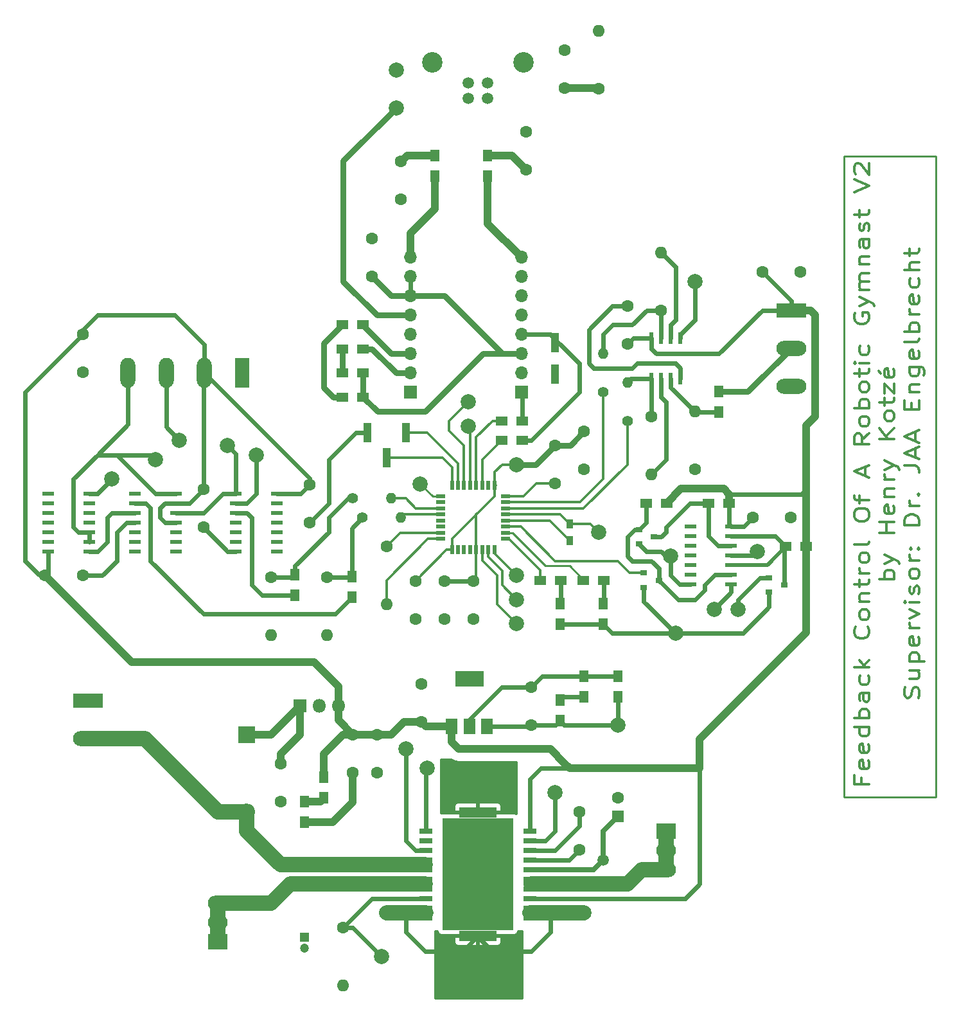
<source format=gtl>
G04 #@! TF.FileFunction,Copper,L1,Top,Signal*
%FSLAX46Y46*%
G04 Gerber Fmt 4.6, Leading zero omitted, Abs format (unit mm)*
G04 Created by KiCad (PCBNEW 4.0.7) date 10/21/18 22:59:09*
%MOMM*%
%LPD*%
G01*
G04 APERTURE LIST*
%ADD10C,0.100000*%
%ADD11C,0.300000*%
%ADD12R,0.600000X1.550000*%
%ADD13R,1.700000X0.700000*%
%ADD14R,9.400000X14.800000*%
%ADD15R,5.000000X1.450000*%
%ADD16C,1.520000*%
%ADD17C,2.700000*%
%ADD18C,1.600000*%
%ADD19O,1.600000X1.600000*%
%ADD20R,2.600000X2.000000*%
%ADD21O,2.600000X2.000000*%
%ADD22R,3.960000X1.980000*%
%ADD23O,3.960000X1.980000*%
%ADD24R,2.200000X2.200000*%
%ADD25O,2.200000X2.200000*%
%ADD26R,1.800000X1.800000*%
%ADD27O,1.800000X1.800000*%
%ADD28R,3.800000X2.000000*%
%ADD29R,1.500000X2.000000*%
%ADD30R,1.200000X1.200000*%
%ADD31C,1.200000*%
%ADD32R,0.900000X0.800000*%
%ADD33R,1.000000X2.580000*%
%ADD34R,1.980000X3.960000*%
%ADD35O,1.980000X3.960000*%
%ADD36R,1.500000X0.600000*%
%ADD37R,0.900000X1.200000*%
%ADD38C,1.500000*%
%ADD39R,0.600000X1.200000*%
%ADD40R,1.200000X0.600000*%
%ADD41R,1.700000X1.700000*%
%ADD42O,1.700000X1.700000*%
%ADD43R,1.300000X1.500000*%
%ADD44R,1.500000X1.300000*%
%ADD45C,2.000000*%
%ADD46C,1.998980*%
%ADD47R,1.000000X2.510000*%
%ADD48R,1.600000X1.600000*%
%ADD49C,1.400000*%
%ADD50O,1.400000X1.400000*%
%ADD51C,0.250000*%
%ADD52C,0.600000*%
%ADD53C,0.800000*%
%ADD54C,1.000000*%
%ADD55C,2.000000*%
%ADD56C,0.700000*%
%ADD57C,0.500000*%
G04 APERTURE END LIST*
D10*
D11*
X154037143Y-135885001D02*
X154037143Y-136718334D01*
X155084762Y-136718334D02*
X153084762Y-136718334D01*
X153084762Y-135527858D01*
X154989524Y-133623096D02*
X155084762Y-133861191D01*
X155084762Y-134337382D01*
X154989524Y-134575477D01*
X154799048Y-134694525D01*
X154037143Y-134694525D01*
X153846667Y-134575477D01*
X153751429Y-134337382D01*
X153751429Y-133861191D01*
X153846667Y-133623096D01*
X154037143Y-133504048D01*
X154227619Y-133504048D01*
X154418095Y-134694525D01*
X154989524Y-131480239D02*
X155084762Y-131718334D01*
X155084762Y-132194525D01*
X154989524Y-132432620D01*
X154799048Y-132551668D01*
X154037143Y-132551668D01*
X153846667Y-132432620D01*
X153751429Y-132194525D01*
X153751429Y-131718334D01*
X153846667Y-131480239D01*
X154037143Y-131361191D01*
X154227619Y-131361191D01*
X154418095Y-132551668D01*
X155084762Y-129218334D02*
X153084762Y-129218334D01*
X154989524Y-129218334D02*
X155084762Y-129456430D01*
X155084762Y-129932620D01*
X154989524Y-130170715D01*
X154894286Y-130289763D01*
X154703810Y-130408811D01*
X154132381Y-130408811D01*
X153941905Y-130289763D01*
X153846667Y-130170715D01*
X153751429Y-129932620D01*
X153751429Y-129456430D01*
X153846667Y-129218334D01*
X155084762Y-128027858D02*
X153084762Y-128027858D01*
X153846667Y-128027858D02*
X153751429Y-127789763D01*
X153751429Y-127313572D01*
X153846667Y-127075477D01*
X153941905Y-126956429D01*
X154132381Y-126837382D01*
X154703810Y-126837382D01*
X154894286Y-126956429D01*
X154989524Y-127075477D01*
X155084762Y-127313572D01*
X155084762Y-127789763D01*
X154989524Y-128027858D01*
X155084762Y-124694524D02*
X154037143Y-124694524D01*
X153846667Y-124813572D01*
X153751429Y-125051667D01*
X153751429Y-125527858D01*
X153846667Y-125765953D01*
X154989524Y-124694524D02*
X155084762Y-124932620D01*
X155084762Y-125527858D01*
X154989524Y-125765953D01*
X154799048Y-125885001D01*
X154608571Y-125885001D01*
X154418095Y-125765953D01*
X154322857Y-125527858D01*
X154322857Y-124932620D01*
X154227619Y-124694524D01*
X154989524Y-122432619D02*
X155084762Y-122670715D01*
X155084762Y-123146905D01*
X154989524Y-123385000D01*
X154894286Y-123504048D01*
X154703810Y-123623096D01*
X154132381Y-123623096D01*
X153941905Y-123504048D01*
X153846667Y-123385000D01*
X153751429Y-123146905D01*
X153751429Y-122670715D01*
X153846667Y-122432619D01*
X155084762Y-121361191D02*
X153084762Y-121361191D01*
X154322857Y-121123096D02*
X155084762Y-120408810D01*
X153751429Y-120408810D02*
X154513333Y-121361191D01*
X154894286Y-116004047D02*
X154989524Y-116123095D01*
X155084762Y-116480238D01*
X155084762Y-116718333D01*
X154989524Y-117075476D01*
X154799048Y-117313571D01*
X154608571Y-117432619D01*
X154227619Y-117551667D01*
X153941905Y-117551667D01*
X153560952Y-117432619D01*
X153370476Y-117313571D01*
X153180000Y-117075476D01*
X153084762Y-116718333D01*
X153084762Y-116480238D01*
X153180000Y-116123095D01*
X153275238Y-116004047D01*
X155084762Y-114575476D02*
X154989524Y-114813571D01*
X154894286Y-114932619D01*
X154703810Y-115051667D01*
X154132381Y-115051667D01*
X153941905Y-114932619D01*
X153846667Y-114813571D01*
X153751429Y-114575476D01*
X153751429Y-114218333D01*
X153846667Y-113980238D01*
X153941905Y-113861190D01*
X154132381Y-113742143D01*
X154703810Y-113742143D01*
X154894286Y-113861190D01*
X154989524Y-113980238D01*
X155084762Y-114218333D01*
X155084762Y-114575476D01*
X153751429Y-112670714D02*
X155084762Y-112670714D01*
X153941905Y-112670714D02*
X153846667Y-112551666D01*
X153751429Y-112313571D01*
X153751429Y-111956428D01*
X153846667Y-111718333D01*
X154037143Y-111599285D01*
X155084762Y-111599285D01*
X153751429Y-110765952D02*
X153751429Y-109813571D01*
X153084762Y-110408809D02*
X154799048Y-110408809D01*
X154989524Y-110289761D01*
X155084762Y-110051666D01*
X155084762Y-109813571D01*
X155084762Y-108980238D02*
X153751429Y-108980238D01*
X154132381Y-108980238D02*
X153941905Y-108861190D01*
X153846667Y-108742143D01*
X153751429Y-108504047D01*
X153751429Y-108265952D01*
X155084762Y-107075476D02*
X154989524Y-107313571D01*
X154894286Y-107432619D01*
X154703810Y-107551667D01*
X154132381Y-107551667D01*
X153941905Y-107432619D01*
X153846667Y-107313571D01*
X153751429Y-107075476D01*
X153751429Y-106718333D01*
X153846667Y-106480238D01*
X153941905Y-106361190D01*
X154132381Y-106242143D01*
X154703810Y-106242143D01*
X154894286Y-106361190D01*
X154989524Y-106480238D01*
X155084762Y-106718333D01*
X155084762Y-107075476D01*
X155084762Y-104813571D02*
X154989524Y-105051666D01*
X154799048Y-105170714D01*
X153084762Y-105170714D01*
X153084762Y-101480237D02*
X153084762Y-101004047D01*
X153180000Y-100765952D01*
X153370476Y-100527856D01*
X153751429Y-100408809D01*
X154418095Y-100408809D01*
X154799048Y-100527856D01*
X154989524Y-100765952D01*
X155084762Y-101004047D01*
X155084762Y-101480237D01*
X154989524Y-101718333D01*
X154799048Y-101956428D01*
X154418095Y-102075476D01*
X153751429Y-102075476D01*
X153370476Y-101956428D01*
X153180000Y-101718333D01*
X153084762Y-101480237D01*
X153751429Y-99694523D02*
X153751429Y-98742142D01*
X155084762Y-99337380D02*
X153370476Y-99337380D01*
X153180000Y-99218332D01*
X153084762Y-98980237D01*
X153084762Y-98742142D01*
X154513333Y-96123095D02*
X154513333Y-94932618D01*
X155084762Y-96361190D02*
X153084762Y-95527856D01*
X155084762Y-94694523D01*
X155084762Y-90527856D02*
X154132381Y-91361190D01*
X155084762Y-91956428D02*
X153084762Y-91956428D01*
X153084762Y-91004047D01*
X153180000Y-90765952D01*
X153275238Y-90646904D01*
X153465714Y-90527856D01*
X153751429Y-90527856D01*
X153941905Y-90646904D01*
X154037143Y-90765952D01*
X154132381Y-91004047D01*
X154132381Y-91956428D01*
X155084762Y-89099285D02*
X154989524Y-89337380D01*
X154894286Y-89456428D01*
X154703810Y-89575476D01*
X154132381Y-89575476D01*
X153941905Y-89456428D01*
X153846667Y-89337380D01*
X153751429Y-89099285D01*
X153751429Y-88742142D01*
X153846667Y-88504047D01*
X153941905Y-88384999D01*
X154132381Y-88265952D01*
X154703810Y-88265952D01*
X154894286Y-88384999D01*
X154989524Y-88504047D01*
X155084762Y-88742142D01*
X155084762Y-89099285D01*
X155084762Y-87194523D02*
X153084762Y-87194523D01*
X153846667Y-87194523D02*
X153751429Y-86956428D01*
X153751429Y-86480237D01*
X153846667Y-86242142D01*
X153941905Y-86123094D01*
X154132381Y-86004047D01*
X154703810Y-86004047D01*
X154894286Y-86123094D01*
X154989524Y-86242142D01*
X155084762Y-86480237D01*
X155084762Y-86956428D01*
X154989524Y-87194523D01*
X155084762Y-84575475D02*
X154989524Y-84813570D01*
X154894286Y-84932618D01*
X154703810Y-85051666D01*
X154132381Y-85051666D01*
X153941905Y-84932618D01*
X153846667Y-84813570D01*
X153751429Y-84575475D01*
X153751429Y-84218332D01*
X153846667Y-83980237D01*
X153941905Y-83861189D01*
X154132381Y-83742142D01*
X154703810Y-83742142D01*
X154894286Y-83861189D01*
X154989524Y-83980237D01*
X155084762Y-84218332D01*
X155084762Y-84575475D01*
X153751429Y-83027856D02*
X153751429Y-82075475D01*
X153084762Y-82670713D02*
X154799048Y-82670713D01*
X154989524Y-82551665D01*
X155084762Y-82313570D01*
X155084762Y-82075475D01*
X155084762Y-81242142D02*
X153751429Y-81242142D01*
X153084762Y-81242142D02*
X153180000Y-81361190D01*
X153275238Y-81242142D01*
X153180000Y-81123094D01*
X153084762Y-81242142D01*
X153275238Y-81242142D01*
X154989524Y-78980237D02*
X155084762Y-79218333D01*
X155084762Y-79694523D01*
X154989524Y-79932618D01*
X154894286Y-80051666D01*
X154703810Y-80170714D01*
X154132381Y-80170714D01*
X153941905Y-80051666D01*
X153846667Y-79932618D01*
X153751429Y-79694523D01*
X153751429Y-79218333D01*
X153846667Y-78980237D01*
X153180000Y-74694523D02*
X153084762Y-74932618D01*
X153084762Y-75289761D01*
X153180000Y-75646904D01*
X153370476Y-75884999D01*
X153560952Y-76004047D01*
X153941905Y-76123095D01*
X154227619Y-76123095D01*
X154608571Y-76004047D01*
X154799048Y-75884999D01*
X154989524Y-75646904D01*
X155084762Y-75289761D01*
X155084762Y-75051666D01*
X154989524Y-74694523D01*
X154894286Y-74575475D01*
X154227619Y-74575475D01*
X154227619Y-75051666D01*
X153751429Y-73742142D02*
X155084762Y-73146904D01*
X153751429Y-72551666D02*
X155084762Y-73146904D01*
X155560952Y-73384999D01*
X155656190Y-73504047D01*
X155751429Y-73742142D01*
X155084762Y-71599285D02*
X153751429Y-71599285D01*
X153941905Y-71599285D02*
X153846667Y-71480237D01*
X153751429Y-71242142D01*
X153751429Y-70884999D01*
X153846667Y-70646904D01*
X154037143Y-70527856D01*
X155084762Y-70527856D01*
X154037143Y-70527856D02*
X153846667Y-70408809D01*
X153751429Y-70170713D01*
X153751429Y-69813571D01*
X153846667Y-69575475D01*
X154037143Y-69456428D01*
X155084762Y-69456428D01*
X153751429Y-68265952D02*
X155084762Y-68265952D01*
X153941905Y-68265952D02*
X153846667Y-68146904D01*
X153751429Y-67908809D01*
X153751429Y-67551666D01*
X153846667Y-67313571D01*
X154037143Y-67194523D01*
X155084762Y-67194523D01*
X155084762Y-64932618D02*
X154037143Y-64932618D01*
X153846667Y-65051666D01*
X153751429Y-65289761D01*
X153751429Y-65765952D01*
X153846667Y-66004047D01*
X154989524Y-64932618D02*
X155084762Y-65170714D01*
X155084762Y-65765952D01*
X154989524Y-66004047D01*
X154799048Y-66123095D01*
X154608571Y-66123095D01*
X154418095Y-66004047D01*
X154322857Y-65765952D01*
X154322857Y-65170714D01*
X154227619Y-64932618D01*
X154989524Y-63861190D02*
X155084762Y-63623094D01*
X155084762Y-63146904D01*
X154989524Y-62908809D01*
X154799048Y-62789761D01*
X154703810Y-62789761D01*
X154513333Y-62908809D01*
X154418095Y-63146904D01*
X154418095Y-63504047D01*
X154322857Y-63742142D01*
X154132381Y-63861190D01*
X154037143Y-63861190D01*
X153846667Y-63742142D01*
X153751429Y-63504047D01*
X153751429Y-63146904D01*
X153846667Y-62908809D01*
X153751429Y-62075475D02*
X153751429Y-61123094D01*
X153084762Y-61718332D02*
X154799048Y-61718332D01*
X154989524Y-61599284D01*
X155084762Y-61361189D01*
X155084762Y-61123094D01*
X153084762Y-58742142D02*
X155084762Y-57908808D01*
X153084762Y-57075475D01*
X153275238Y-56361190D02*
X153180000Y-56242142D01*
X153084762Y-56004047D01*
X153084762Y-55408809D01*
X153180000Y-55170713D01*
X153275238Y-55051666D01*
X153465714Y-54932618D01*
X153656190Y-54932618D01*
X153941905Y-55051666D01*
X155084762Y-56480237D01*
X155084762Y-54932618D01*
X158384762Y-109694524D02*
X156384762Y-109694524D01*
X157146667Y-109694524D02*
X157051429Y-109456429D01*
X157051429Y-108980238D01*
X157146667Y-108742143D01*
X157241905Y-108623095D01*
X157432381Y-108504048D01*
X158003810Y-108504048D01*
X158194286Y-108623095D01*
X158289524Y-108742143D01*
X158384762Y-108980238D01*
X158384762Y-109456429D01*
X158289524Y-109694524D01*
X157051429Y-107670714D02*
X158384762Y-107075476D01*
X157051429Y-106480238D02*
X158384762Y-107075476D01*
X158860952Y-107313571D01*
X158956190Y-107432619D01*
X159051429Y-107670714D01*
X158384762Y-103623095D02*
X156384762Y-103623095D01*
X157337143Y-103623095D02*
X157337143Y-102194523D01*
X158384762Y-102194523D02*
X156384762Y-102194523D01*
X158289524Y-100051666D02*
X158384762Y-100289761D01*
X158384762Y-100765952D01*
X158289524Y-101004047D01*
X158099048Y-101123095D01*
X157337143Y-101123095D01*
X157146667Y-101004047D01*
X157051429Y-100765952D01*
X157051429Y-100289761D01*
X157146667Y-100051666D01*
X157337143Y-99932618D01*
X157527619Y-99932618D01*
X157718095Y-101123095D01*
X157051429Y-98861190D02*
X158384762Y-98861190D01*
X157241905Y-98861190D02*
X157146667Y-98742142D01*
X157051429Y-98504047D01*
X157051429Y-98146904D01*
X157146667Y-97908809D01*
X157337143Y-97789761D01*
X158384762Y-97789761D01*
X158384762Y-96599285D02*
X157051429Y-96599285D01*
X157432381Y-96599285D02*
X157241905Y-96480237D01*
X157146667Y-96361190D01*
X157051429Y-96123094D01*
X157051429Y-95884999D01*
X157051429Y-95289761D02*
X158384762Y-94694523D01*
X157051429Y-94099285D02*
X158384762Y-94694523D01*
X158860952Y-94932618D01*
X158956190Y-95051666D01*
X159051429Y-95289761D01*
X158384762Y-91242142D02*
X156384762Y-91242142D01*
X158384762Y-89813570D02*
X157241905Y-90884999D01*
X156384762Y-89813570D02*
X157527619Y-91242142D01*
X158384762Y-88384999D02*
X158289524Y-88623094D01*
X158194286Y-88742142D01*
X158003810Y-88861190D01*
X157432381Y-88861190D01*
X157241905Y-88742142D01*
X157146667Y-88623094D01*
X157051429Y-88384999D01*
X157051429Y-88027856D01*
X157146667Y-87789761D01*
X157241905Y-87670713D01*
X157432381Y-87551666D01*
X158003810Y-87551666D01*
X158194286Y-87670713D01*
X158289524Y-87789761D01*
X158384762Y-88027856D01*
X158384762Y-88384999D01*
X157051429Y-86837380D02*
X157051429Y-85884999D01*
X156384762Y-86480237D02*
X158099048Y-86480237D01*
X158289524Y-86361189D01*
X158384762Y-86123094D01*
X158384762Y-85884999D01*
X157051429Y-85289761D02*
X157051429Y-83980237D01*
X158384762Y-85289761D01*
X158384762Y-83980237D01*
X158289524Y-82075475D02*
X158384762Y-82313570D01*
X158384762Y-82789761D01*
X158289524Y-83027856D01*
X158099048Y-83146904D01*
X157337143Y-83146904D01*
X157146667Y-83027856D01*
X157051429Y-82789761D01*
X157051429Y-82313570D01*
X157146667Y-82075475D01*
X157337143Y-81956427D01*
X157527619Y-81956427D01*
X157718095Y-83146904D01*
X156289524Y-82313570D02*
X156575238Y-82670713D01*
X161589524Y-125349286D02*
X161684762Y-124992143D01*
X161684762Y-124396905D01*
X161589524Y-124158809D01*
X161494286Y-124039762D01*
X161303810Y-123920714D01*
X161113333Y-123920714D01*
X160922857Y-124039762D01*
X160827619Y-124158809D01*
X160732381Y-124396905D01*
X160637143Y-124873095D01*
X160541905Y-125111190D01*
X160446667Y-125230238D01*
X160256190Y-125349286D01*
X160065714Y-125349286D01*
X159875238Y-125230238D01*
X159780000Y-125111190D01*
X159684762Y-124873095D01*
X159684762Y-124277857D01*
X159780000Y-123920714D01*
X160351429Y-121777857D02*
X161684762Y-121777857D01*
X160351429Y-122849286D02*
X161399048Y-122849286D01*
X161589524Y-122730238D01*
X161684762Y-122492143D01*
X161684762Y-122135000D01*
X161589524Y-121896905D01*
X161494286Y-121777857D01*
X160351429Y-120587381D02*
X162351429Y-120587381D01*
X160446667Y-120587381D02*
X160351429Y-120349286D01*
X160351429Y-119873095D01*
X160446667Y-119635000D01*
X160541905Y-119515952D01*
X160732381Y-119396905D01*
X161303810Y-119396905D01*
X161494286Y-119515952D01*
X161589524Y-119635000D01*
X161684762Y-119873095D01*
X161684762Y-120349286D01*
X161589524Y-120587381D01*
X161589524Y-117373095D02*
X161684762Y-117611190D01*
X161684762Y-118087381D01*
X161589524Y-118325476D01*
X161399048Y-118444524D01*
X160637143Y-118444524D01*
X160446667Y-118325476D01*
X160351429Y-118087381D01*
X160351429Y-117611190D01*
X160446667Y-117373095D01*
X160637143Y-117254047D01*
X160827619Y-117254047D01*
X161018095Y-118444524D01*
X161684762Y-116182619D02*
X160351429Y-116182619D01*
X160732381Y-116182619D02*
X160541905Y-116063571D01*
X160446667Y-115944524D01*
X160351429Y-115706428D01*
X160351429Y-115468333D01*
X160351429Y-114873095D02*
X161684762Y-114277857D01*
X160351429Y-113682619D01*
X161684762Y-112730238D02*
X160351429Y-112730238D01*
X159684762Y-112730238D02*
X159780000Y-112849286D01*
X159875238Y-112730238D01*
X159780000Y-112611190D01*
X159684762Y-112730238D01*
X159875238Y-112730238D01*
X161589524Y-111658810D02*
X161684762Y-111420714D01*
X161684762Y-110944524D01*
X161589524Y-110706429D01*
X161399048Y-110587381D01*
X161303810Y-110587381D01*
X161113333Y-110706429D01*
X161018095Y-110944524D01*
X161018095Y-111301667D01*
X160922857Y-111539762D01*
X160732381Y-111658810D01*
X160637143Y-111658810D01*
X160446667Y-111539762D01*
X160351429Y-111301667D01*
X160351429Y-110944524D01*
X160446667Y-110706429D01*
X161684762Y-109158809D02*
X161589524Y-109396904D01*
X161494286Y-109515952D01*
X161303810Y-109635000D01*
X160732381Y-109635000D01*
X160541905Y-109515952D01*
X160446667Y-109396904D01*
X160351429Y-109158809D01*
X160351429Y-108801666D01*
X160446667Y-108563571D01*
X160541905Y-108444523D01*
X160732381Y-108325476D01*
X161303810Y-108325476D01*
X161494286Y-108444523D01*
X161589524Y-108563571D01*
X161684762Y-108801666D01*
X161684762Y-109158809D01*
X161684762Y-107254047D02*
X160351429Y-107254047D01*
X160732381Y-107254047D02*
X160541905Y-107134999D01*
X160446667Y-107015952D01*
X160351429Y-106777856D01*
X160351429Y-106539761D01*
X161494286Y-105706428D02*
X161589524Y-105587380D01*
X161684762Y-105706428D01*
X161589524Y-105825476D01*
X161494286Y-105706428D01*
X161684762Y-105706428D01*
X160446667Y-105706428D02*
X160541905Y-105587380D01*
X160637143Y-105706428D01*
X160541905Y-105825476D01*
X160446667Y-105706428D01*
X160637143Y-105706428D01*
X161684762Y-102611190D02*
X159684762Y-102611190D01*
X159684762Y-102015952D01*
X159780000Y-101658809D01*
X159970476Y-101420714D01*
X160160952Y-101301666D01*
X160541905Y-101182618D01*
X160827619Y-101182618D01*
X161208571Y-101301666D01*
X161399048Y-101420714D01*
X161589524Y-101658809D01*
X161684762Y-102015952D01*
X161684762Y-102611190D01*
X161684762Y-100111190D02*
X160351429Y-100111190D01*
X160732381Y-100111190D02*
X160541905Y-99992142D01*
X160446667Y-99873095D01*
X160351429Y-99634999D01*
X160351429Y-99396904D01*
X161494286Y-98563571D02*
X161589524Y-98444523D01*
X161684762Y-98563571D01*
X161589524Y-98682619D01*
X161494286Y-98563571D01*
X161684762Y-98563571D01*
X159684762Y-94754047D02*
X161113333Y-94754047D01*
X161399048Y-94873095D01*
X161589524Y-95111190D01*
X161684762Y-95468333D01*
X161684762Y-95706428D01*
X161113333Y-93682619D02*
X161113333Y-92492142D01*
X161684762Y-93920714D02*
X159684762Y-93087380D01*
X161684762Y-92254047D01*
X161113333Y-91539762D02*
X161113333Y-90349285D01*
X161684762Y-91777857D02*
X159684762Y-90944523D01*
X161684762Y-90111190D01*
X160637143Y-87373095D02*
X160637143Y-86539762D01*
X161684762Y-86182619D02*
X161684762Y-87373095D01*
X159684762Y-87373095D01*
X159684762Y-86182619D01*
X160351429Y-85111190D02*
X161684762Y-85111190D01*
X160541905Y-85111190D02*
X160446667Y-84992142D01*
X160351429Y-84754047D01*
X160351429Y-84396904D01*
X160446667Y-84158809D01*
X160637143Y-84039761D01*
X161684762Y-84039761D01*
X160351429Y-81777856D02*
X161970476Y-81777856D01*
X162160952Y-81896904D01*
X162256190Y-82015952D01*
X162351429Y-82254047D01*
X162351429Y-82611190D01*
X162256190Y-82849285D01*
X161589524Y-81777856D02*
X161684762Y-82015952D01*
X161684762Y-82492142D01*
X161589524Y-82730237D01*
X161494286Y-82849285D01*
X161303810Y-82968333D01*
X160732381Y-82968333D01*
X160541905Y-82849285D01*
X160446667Y-82730237D01*
X160351429Y-82492142D01*
X160351429Y-82015952D01*
X160446667Y-81777856D01*
X161589524Y-79634999D02*
X161684762Y-79873094D01*
X161684762Y-80349285D01*
X161589524Y-80587380D01*
X161399048Y-80706428D01*
X160637143Y-80706428D01*
X160446667Y-80587380D01*
X160351429Y-80349285D01*
X160351429Y-79873094D01*
X160446667Y-79634999D01*
X160637143Y-79515951D01*
X160827619Y-79515951D01*
X161018095Y-80706428D01*
X161684762Y-78087380D02*
X161589524Y-78325475D01*
X161399048Y-78444523D01*
X159684762Y-78444523D01*
X161684762Y-77134999D02*
X159684762Y-77134999D01*
X160446667Y-77134999D02*
X160351429Y-76896904D01*
X160351429Y-76420713D01*
X160446667Y-76182618D01*
X160541905Y-76063570D01*
X160732381Y-75944523D01*
X161303810Y-75944523D01*
X161494286Y-76063570D01*
X161589524Y-76182618D01*
X161684762Y-76420713D01*
X161684762Y-76896904D01*
X161589524Y-77134999D01*
X161684762Y-74873094D02*
X160351429Y-74873094D01*
X160732381Y-74873094D02*
X160541905Y-74754046D01*
X160446667Y-74634999D01*
X160351429Y-74396903D01*
X160351429Y-74158808D01*
X161589524Y-72373094D02*
X161684762Y-72611189D01*
X161684762Y-73087380D01*
X161589524Y-73325475D01*
X161399048Y-73444523D01*
X160637143Y-73444523D01*
X160446667Y-73325475D01*
X160351429Y-73087380D01*
X160351429Y-72611189D01*
X160446667Y-72373094D01*
X160637143Y-72254046D01*
X160827619Y-72254046D01*
X161018095Y-73444523D01*
X161589524Y-70111189D02*
X161684762Y-70349285D01*
X161684762Y-70825475D01*
X161589524Y-71063570D01*
X161494286Y-71182618D01*
X161303810Y-71301666D01*
X160732381Y-71301666D01*
X160541905Y-71182618D01*
X160446667Y-71063570D01*
X160351429Y-70825475D01*
X160351429Y-70349285D01*
X160446667Y-70111189D01*
X161684762Y-69039761D02*
X159684762Y-69039761D01*
X161684762Y-67968332D02*
X160637143Y-67968332D01*
X160446667Y-68087380D01*
X160351429Y-68325475D01*
X160351429Y-68682618D01*
X160446667Y-68920713D01*
X160541905Y-69039761D01*
X160351429Y-67134999D02*
X160351429Y-66182618D01*
X159684762Y-66777856D02*
X161399048Y-66777856D01*
X161589524Y-66658808D01*
X161684762Y-66420713D01*
X161684762Y-66182618D01*
D12*
X126365000Y-83345000D03*
X127635000Y-83345000D03*
X128905000Y-83345000D03*
X130175000Y-83345000D03*
X130175000Y-77945000D03*
X128905000Y-77945000D03*
X127635000Y-77945000D03*
X126365000Y-77945000D03*
D13*
X96655000Y-142875000D03*
D14*
X103505000Y-148590000D03*
D13*
X96655000Y-144145000D03*
X96655000Y-145415000D03*
X96655000Y-146685000D03*
X96655000Y-147955000D03*
X96655000Y-149225000D03*
X96655000Y-150495000D03*
X96655000Y-151765000D03*
X96655000Y-153035000D03*
X96655000Y-154305000D03*
X110355000Y-154305000D03*
X110355000Y-153035000D03*
X110355000Y-151765000D03*
X110355000Y-150495000D03*
X110355000Y-149225000D03*
X110355000Y-147955000D03*
X110355000Y-146685000D03*
X110355000Y-145415000D03*
X110355000Y-144145000D03*
X110355000Y-142875000D03*
D15*
X103505000Y-140465000D03*
X103505000Y-156715000D03*
D16*
X104775000Y-46355000D03*
X102235000Y-46355000D03*
X102235000Y-44355000D03*
X104775000Y-44355000D03*
D17*
X109505000Y-41655000D03*
X97505000Y-41655000D03*
D18*
X126365000Y-88265000D03*
D19*
X126365000Y-95885000D03*
D20*
X69215000Y-157480000D03*
D21*
X69215000Y-154940000D03*
X69215000Y-152400000D03*
D22*
X52070000Y-125730000D03*
D23*
X52070000Y-130730000D03*
D22*
X144780000Y-74295000D03*
D23*
X144780000Y-79295000D03*
X144780000Y-84295000D03*
D24*
X73025000Y-130175000D03*
D25*
X73025000Y-140335000D03*
D26*
X80010000Y-126365000D03*
D27*
X82550000Y-126365000D03*
X85090000Y-126365000D03*
D28*
X102362000Y-122834000D03*
D29*
X102362000Y-129134000D03*
X104662000Y-129134000D03*
X100062000Y-129134000D03*
D30*
X80645000Y-156845000D03*
D31*
X80645000Y-158345000D03*
D32*
X141875000Y-109540000D03*
X141875000Y-111440000D03*
X143875000Y-110490000D03*
X125365000Y-108905000D03*
X125365000Y-110805000D03*
X127365000Y-109855000D03*
D33*
X113665000Y-78560000D03*
X113665000Y-82730000D03*
D34*
X72390000Y-82550000D03*
D35*
X67390000Y-82550000D03*
X57390000Y-82550000D03*
X62390000Y-82550000D03*
D20*
X128270000Y-142875000D03*
D21*
X128270000Y-145415000D03*
X128270000Y-147955000D03*
D32*
X124730000Y-103190000D03*
X124730000Y-105090000D03*
X126730000Y-104140000D03*
D36*
X63660000Y-106045000D03*
X63660000Y-104775000D03*
X63660000Y-103505000D03*
X63660000Y-102235000D03*
X63660000Y-100965000D03*
X63660000Y-99695000D03*
X63660000Y-98425000D03*
X58260000Y-98425000D03*
X58260000Y-99695000D03*
X58260000Y-100965000D03*
X58260000Y-102235000D03*
X58260000Y-103505000D03*
X58260000Y-104775000D03*
X58260000Y-106045000D03*
X131488200Y-102755700D03*
X131488200Y-104025700D03*
X131488200Y-105295700D03*
X131488200Y-106565700D03*
X131488200Y-107835700D03*
X131488200Y-109105700D03*
X131488200Y-110375700D03*
X136888200Y-110375700D03*
X136888200Y-109105700D03*
X136888200Y-107835700D03*
X136888200Y-106565700D03*
X136888200Y-105295700D03*
X136888200Y-104025700D03*
X136888200Y-102755700D03*
D37*
X115570000Y-104605000D03*
X115570000Y-102405000D03*
D38*
X120015000Y-146685000D03*
D39*
X100070000Y-105850000D03*
X100870000Y-105850000D03*
X101670000Y-105850000D03*
X102470000Y-105850000D03*
X103270000Y-105850000D03*
X104070000Y-105850000D03*
X104870000Y-105850000D03*
X105670000Y-105850000D03*
D40*
X107120000Y-104400000D03*
X107120000Y-103600000D03*
X107120000Y-102800000D03*
X107120000Y-102000000D03*
X107120000Y-101200000D03*
X107120000Y-100400000D03*
X107120000Y-99600000D03*
X107120000Y-98800000D03*
D39*
X105670000Y-97350000D03*
X104870000Y-97350000D03*
X104070000Y-97350000D03*
X103270000Y-97350000D03*
X102470000Y-97350000D03*
X101670000Y-97350000D03*
X100870000Y-97350000D03*
X100070000Y-97350000D03*
D40*
X98620000Y-98800000D03*
X98620000Y-99600000D03*
X98620000Y-100400000D03*
X98620000Y-101200000D03*
X98620000Y-102000000D03*
X98620000Y-102800000D03*
X98620000Y-103600000D03*
X98620000Y-104400000D03*
D41*
X94615000Y-85090000D03*
D42*
X94615000Y-82550000D03*
X94615000Y-80010000D03*
X94615000Y-77470000D03*
X94615000Y-74930000D03*
X94615000Y-72390000D03*
X94615000Y-69850000D03*
X94615000Y-67310000D03*
D41*
X109220000Y-85090000D03*
D42*
X109220000Y-82550000D03*
X109220000Y-80010000D03*
X109220000Y-77470000D03*
X109220000Y-74930000D03*
X109220000Y-72390000D03*
X109220000Y-69850000D03*
X109220000Y-67310000D03*
D43*
X80645000Y-141685000D03*
X80645000Y-138985000D03*
D44*
X88345000Y-76200000D03*
X85645000Y-76200000D03*
X88345000Y-79375000D03*
X85645000Y-79375000D03*
D43*
X114300000Y-115650000D03*
X114300000Y-112950000D03*
X120015000Y-115650000D03*
X120015000Y-112950000D03*
D18*
X114935000Y-40005000D03*
X114935000Y-45005000D03*
X109855000Y-50800000D03*
X109855000Y-55800000D03*
X93345000Y-59690000D03*
X93345000Y-54690000D03*
X77470000Y-133985000D03*
X77470000Y-138985000D03*
X96012000Y-128524000D03*
X96012000Y-123524000D03*
X89535000Y-69850000D03*
X89535000Y-64850000D03*
X116840000Y-140335000D03*
X116840000Y-145335000D03*
X113665000Y-92075000D03*
X113665000Y-97075000D03*
X81280000Y-102235000D03*
X81280000Y-97235000D03*
X67310000Y-102870000D03*
X67310000Y-97870000D03*
X86995000Y-130175000D03*
X86995000Y-135175000D03*
X110490000Y-128905000D03*
X110490000Y-123905000D03*
X139700000Y-101600000D03*
X144700000Y-101600000D03*
X132080000Y-95250000D03*
D19*
X132080000Y-87630000D03*
D18*
X83566000Y-109474000D03*
D19*
X83566000Y-117094000D03*
D18*
X85725000Y-155575000D03*
D19*
X85725000Y-163195000D03*
D44*
X146765000Y-105410000D03*
X144065000Y-105410000D03*
D18*
X119380000Y-45085000D03*
D19*
X119380000Y-37465000D03*
D18*
X76200000Y-109474000D03*
D19*
X76200000Y-117094000D03*
D44*
X88345000Y-85725000D03*
X85645000Y-85725000D03*
X136605000Y-99695000D03*
X133905000Y-99695000D03*
D18*
X91440000Y-105410000D03*
D19*
X91440000Y-113030000D03*
D44*
X88345000Y-82550000D03*
X85645000Y-82550000D03*
X114380000Y-109855000D03*
X111680000Y-109855000D03*
X120095000Y-109855000D03*
X117395000Y-109855000D03*
X128350000Y-99695000D03*
X125650000Y-99695000D03*
D43*
X83185000Y-135810000D03*
X83185000Y-138510000D03*
D18*
X127635000Y-74295000D03*
D19*
X127635000Y-66675000D03*
D45*
X92710000Y-47625000D03*
X92710000Y-42625000D03*
D43*
X135255000Y-87710000D03*
X135255000Y-85010000D03*
X104775000Y-53895000D03*
X104775000Y-56595000D03*
X97790000Y-53895000D03*
X97790000Y-56595000D03*
D44*
X109300000Y-91440000D03*
X106600000Y-91440000D03*
X109300000Y-88900000D03*
X106600000Y-88900000D03*
D43*
X79375000Y-111840000D03*
X79375000Y-109140000D03*
X86868000Y-112094000D03*
X86868000Y-109394000D03*
D46*
X117475000Y-153670000D03*
X91440000Y-153670000D03*
D18*
X95250000Y-114935000D03*
X95250000Y-109935000D03*
X123190000Y-78740000D03*
X123190000Y-73740000D03*
D47*
X93980000Y-90420000D03*
X88900000Y-90420000D03*
X91440000Y-93730000D03*
D18*
X51435000Y-77470000D03*
X51435000Y-82470000D03*
X140970000Y-69215000D03*
X145970000Y-69215000D03*
D48*
X121920000Y-140970000D03*
D18*
X121920000Y-138470000D03*
D46*
X121920000Y-128905000D03*
X93980000Y-132080000D03*
X113665000Y-137795000D03*
X134620000Y-113665000D03*
X140335000Y-106045000D03*
X119380000Y-103505000D03*
X74295000Y-93345000D03*
X60960000Y-93980000D03*
X108585000Y-94615000D03*
X55245000Y-96520000D03*
X137795000Y-113665000D03*
X96774000Y-134620000D03*
X129540000Y-116840000D03*
X128905000Y-106680000D03*
X90805000Y-159385000D03*
X132080000Y-70485000D03*
D18*
X90170000Y-130175000D03*
X90170000Y-135175000D03*
X51435000Y-109220000D03*
X46435000Y-109220000D03*
X117475000Y-95250000D03*
X117475000Y-90250000D03*
X102870000Y-114935000D03*
X102870000Y-109935000D03*
X99060000Y-114935000D03*
X99060000Y-109935000D03*
D43*
X117475000Y-122475000D03*
X117475000Y-125175000D03*
X114300000Y-128350000D03*
X114300000Y-125650000D03*
D36*
X71595000Y-98425000D03*
X71595000Y-99695000D03*
X71595000Y-100965000D03*
X71595000Y-102235000D03*
X71595000Y-103505000D03*
X71595000Y-104775000D03*
X71595000Y-106045000D03*
X76995000Y-106045000D03*
X76995000Y-104775000D03*
X76995000Y-103505000D03*
X76995000Y-102235000D03*
X76995000Y-100965000D03*
X76995000Y-99695000D03*
X76995000Y-98425000D03*
X52230000Y-106045000D03*
X52230000Y-104775000D03*
X52230000Y-103505000D03*
X52230000Y-102235000D03*
X52230000Y-100965000D03*
X52230000Y-99695000D03*
X52230000Y-98425000D03*
X46830000Y-98425000D03*
X46830000Y-99695000D03*
X46830000Y-100965000D03*
X46830000Y-102235000D03*
X46830000Y-103505000D03*
X46830000Y-104775000D03*
X46830000Y-106045000D03*
D46*
X64135000Y-91440000D03*
X70485000Y-92075000D03*
X108585000Y-112395000D03*
X108585000Y-109220000D03*
X108585000Y-115570000D03*
X102235000Y-89535000D03*
X102235000Y-86360000D03*
X95885000Y-97155000D03*
D43*
X121920000Y-125175000D03*
X121920000Y-122475000D03*
D49*
X88265000Y-101600000D03*
D50*
X93345000Y-101600000D03*
D49*
X86995000Y-99060000D03*
D50*
X92075000Y-99060000D03*
D49*
X123190000Y-88900000D03*
D50*
X123190000Y-83820000D03*
D49*
X120015000Y-85090000D03*
D50*
X120015000Y-80010000D03*
D51*
X151765000Y-138430000D02*
X152400000Y-138430000D01*
X151765000Y-53975000D02*
X163830000Y-53975000D01*
X163830000Y-138430000D02*
X152400000Y-138430000D01*
X163830000Y-53975000D02*
X163830000Y-138430000D01*
X151765000Y-138430000D02*
X151765000Y-53975000D01*
D52*
X121920000Y-125175000D02*
X121920000Y-128905000D01*
X99060000Y-109935000D02*
X102870000Y-109935000D01*
D11*
X103270000Y-105850000D02*
X103270000Y-109535000D01*
X103270000Y-109535000D02*
X102870000Y-109935000D01*
D52*
X110490000Y-128905000D02*
X113745000Y-128905000D01*
X113745000Y-128905000D02*
X114300000Y-128350000D01*
X121920000Y-128905000D02*
X114855000Y-128905000D01*
X114855000Y-128905000D02*
X114300000Y-128350000D01*
X104662000Y-129134000D02*
X110261000Y-129134000D01*
X110261000Y-129134000D02*
X110490000Y-128905000D01*
D53*
X113665000Y-92075000D02*
X115650000Y-92075000D01*
X115650000Y-92075000D02*
X117475000Y-90250000D01*
X108585000Y-94615000D02*
X111125000Y-94615000D01*
X111125000Y-94615000D02*
X113665000Y-92075000D01*
D11*
X105670000Y-97350000D02*
X105670000Y-95625000D01*
X106680000Y-94615000D02*
X108585000Y-94615000D01*
X105670000Y-95625000D02*
X106680000Y-94615000D01*
X100070000Y-105850000D02*
X99335000Y-105850000D01*
X99335000Y-105850000D02*
X95250000Y-109935000D01*
X105670000Y-97350000D02*
X105850000Y-97350000D01*
X104662000Y-129134000D02*
X104927000Y-129134000D01*
X103270000Y-105850000D02*
X103270000Y-101200000D01*
X103270000Y-101200000D02*
X103505000Y-100965000D01*
X100070000Y-105850000D02*
X100070000Y-104400000D01*
X100070000Y-104400000D02*
X103505000Y-100965000D01*
X105670000Y-98800000D02*
X105670000Y-97350000D01*
X103505000Y-100965000D02*
X105670000Y-98800000D01*
X107120000Y-100400000D02*
X117405000Y-100400000D01*
X123190000Y-94615000D02*
X123190000Y-88900000D01*
X117405000Y-100400000D02*
X123190000Y-94615000D01*
X107120000Y-99600000D02*
X116935000Y-99600000D01*
X120015000Y-96520000D02*
X120015000Y-85090000D01*
X116935000Y-99600000D02*
X120015000Y-96520000D01*
X104070000Y-97350000D02*
X104070000Y-93970000D01*
X104070000Y-93970000D02*
X106600000Y-91440000D01*
X103270000Y-97350000D02*
X103270000Y-91040000D01*
X105410000Y-88900000D02*
X106600000Y-88900000D01*
X103270000Y-91040000D02*
X105410000Y-88900000D01*
X107120000Y-102800000D02*
X109150000Y-102800000D01*
X123510000Y-108905000D02*
X125365000Y-108905000D01*
X121920000Y-107315000D02*
X123510000Y-108905000D01*
X113665000Y-107315000D02*
X121920000Y-107315000D01*
X109150000Y-102800000D02*
X113665000Y-107315000D01*
X98620000Y-100400000D02*
X95320000Y-100400000D01*
X93980000Y-99060000D02*
X92075000Y-99060000D01*
X95320000Y-100400000D02*
X93980000Y-99060000D01*
X98620000Y-101200000D02*
X93745000Y-101200000D01*
X93745000Y-101200000D02*
X93345000Y-101600000D01*
D52*
X137795000Y-113665000D02*
X137795000Y-112395000D01*
X140650000Y-109540000D02*
X141875000Y-109540000D01*
X137795000Y-112395000D02*
X140650000Y-109540000D01*
D11*
X115570000Y-102405000D02*
X118280000Y-102405000D01*
X118280000Y-102405000D02*
X119380000Y-103505000D01*
X107120000Y-101200000D02*
X114365000Y-101200000D01*
X114365000Y-101200000D02*
X115570000Y-102405000D01*
D52*
X123190000Y-73740000D02*
X121205000Y-73740000D01*
X130175000Y-81915000D02*
X130175000Y-83345000D01*
X129540000Y-81280000D02*
X130175000Y-81915000D01*
X124460000Y-81280000D02*
X129540000Y-81280000D01*
X123825000Y-81915000D02*
X124460000Y-81280000D01*
X118745000Y-81915000D02*
X123825000Y-81915000D01*
X118110000Y-81280000D02*
X118745000Y-81915000D01*
X118110000Y-76835000D02*
X118110000Y-81280000D01*
X121205000Y-73740000D02*
X118110000Y-76835000D01*
X121920000Y-122475000D02*
X117475000Y-122475000D01*
X103505000Y-156715000D02*
X103505000Y-156845000D01*
X103505000Y-156845000D02*
X105410000Y-158750000D01*
X113030000Y-156210000D02*
X113030000Y-153670000D01*
X110490000Y-158750000D02*
X113030000Y-156210000D01*
X105410000Y-158750000D02*
X110490000Y-158750000D01*
X93980000Y-153670000D02*
X93980000Y-156210000D01*
X101470000Y-158750000D02*
X103505000Y-156715000D01*
X96520000Y-158750000D02*
X101470000Y-158750000D01*
X93980000Y-156210000D02*
X96520000Y-158750000D01*
X88900000Y-90420000D02*
X87380000Y-90420000D01*
X83820000Y-99695000D02*
X81280000Y-102235000D01*
X83820000Y-93980000D02*
X83820000Y-99695000D01*
X87380000Y-90420000D02*
X83820000Y-93980000D01*
D54*
X80645000Y-141685000D02*
X84375000Y-141685000D01*
X86995000Y-139065000D02*
X86995000Y-135175000D01*
X84375000Y-141685000D02*
X86995000Y-139065000D01*
D52*
X128905000Y-106680000D02*
X128270000Y-106680000D01*
X128270000Y-106680000D02*
X127635000Y-106045000D01*
X125685000Y-106045000D02*
X124730000Y-105090000D01*
X127635000Y-106045000D02*
X125685000Y-106045000D01*
X96655000Y-142875000D02*
X96655000Y-134739000D01*
X96655000Y-134739000D02*
X96774000Y-134620000D01*
D54*
X86835000Y-135335000D02*
X86995000Y-135175000D01*
D52*
X110355000Y-145415000D02*
X113665000Y-145415000D01*
X116840000Y-142240000D02*
X116840000Y-140335000D01*
X113665000Y-145415000D02*
X116840000Y-142240000D01*
D11*
X107950000Y-144145000D02*
X107950000Y-151765000D01*
D52*
X117475000Y-122475000D02*
X111920000Y-122475000D01*
X111920000Y-122475000D02*
X110490000Y-123905000D01*
X102362000Y-129134000D02*
X102362000Y-128143000D01*
X102362000Y-128143000D02*
X106600000Y-123905000D01*
X106600000Y-123905000D02*
X110490000Y-123905000D01*
X71595000Y-106045000D02*
X70485000Y-106045000D01*
X70485000Y-106045000D02*
X67310000Y-102870000D01*
X58260000Y-102235000D02*
X57150000Y-102235000D01*
X53975000Y-109220000D02*
X51435000Y-109220000D01*
X55880000Y-107315000D02*
X53975000Y-109220000D01*
X55880000Y-103505000D02*
X55880000Y-107315000D01*
X57150000Y-102235000D02*
X55880000Y-103505000D01*
X131488200Y-110375700D02*
X130060700Y-110375700D01*
X128905000Y-109220000D02*
X128905000Y-106680000D01*
X130060700Y-110375700D02*
X128905000Y-109220000D01*
X125365000Y-110805000D02*
X125365000Y-112665000D01*
X125365000Y-112665000D02*
X129540000Y-116840000D01*
X114300000Y-115650000D02*
X120015000Y-115650000D01*
X120015000Y-115650000D02*
X121205000Y-116840000D01*
X121205000Y-116840000D02*
X129540000Y-116840000D01*
X129540000Y-116840000D02*
X138430000Y-116840000D01*
X141875000Y-113395000D02*
X141875000Y-111440000D01*
X138430000Y-116840000D02*
X141875000Y-113395000D01*
X52230000Y-98425000D02*
X53340000Y-98425000D01*
X53340000Y-98425000D02*
X55245000Y-96520000D01*
D11*
X113665000Y-97075000D02*
X111205000Y-97075000D01*
X109480000Y-98800000D02*
X107120000Y-98800000D01*
X111205000Y-97075000D02*
X109480000Y-98800000D01*
D55*
X96655000Y-153670000D02*
X93980000Y-153670000D01*
X93980000Y-153670000D02*
X91440000Y-153670000D01*
X110355000Y-153670000D02*
X113030000Y-153670000D01*
X113030000Y-153670000D02*
X117475000Y-153670000D01*
D11*
X98620000Y-104400000D02*
X96895000Y-104400000D01*
X91440000Y-109855000D02*
X91440000Y-113030000D01*
X96895000Y-104400000D02*
X91440000Y-109855000D01*
X110355000Y-154305000D02*
X111125000Y-154305000D01*
X96655000Y-153035000D02*
X96655000Y-153670000D01*
X96655000Y-153670000D02*
X96655000Y-154305000D01*
X110355000Y-153035000D02*
X110355000Y-153670000D01*
X110355000Y-153670000D02*
X110355000Y-154305000D01*
X96655000Y-134739000D02*
X96774000Y-134620000D01*
X100870000Y-97350000D02*
X100870000Y-94520000D01*
X96770000Y-90420000D02*
X93980000Y-90420000D01*
X100870000Y-94520000D02*
X96770000Y-90420000D01*
X100070000Y-97350000D02*
X100070000Y-94990000D01*
X98810000Y-93730000D02*
X91440000Y-93730000D01*
X100070000Y-94990000D02*
X98810000Y-93730000D01*
X100070000Y-97350000D02*
X100070000Y-96895000D01*
D54*
X114935000Y-45005000D02*
X119300000Y-45005000D01*
X119300000Y-45005000D02*
X119380000Y-45085000D01*
D11*
X115015000Y-45085000D02*
X114935000Y-45005000D01*
D54*
X104775000Y-53895000D02*
X107950000Y-53895000D01*
X107950000Y-53895000D02*
X109855000Y-55800000D01*
D11*
X104775000Y-44355000D02*
X105315000Y-44355000D01*
X104775000Y-53975000D02*
X104775000Y-54295000D01*
X104925000Y-54295000D02*
X104775000Y-54145000D01*
D54*
X97790000Y-53895000D02*
X94140000Y-53895000D01*
X94140000Y-53895000D02*
X93345000Y-54690000D01*
D11*
X93740000Y-54295000D02*
X93345000Y-54690000D01*
X97790000Y-53895000D02*
X97790000Y-53340000D01*
X97940000Y-54295000D02*
X97790000Y-54145000D01*
D54*
X77470000Y-133985000D02*
X77470000Y-132715000D01*
X80010000Y-130175000D02*
X80010000Y-126365000D01*
X77470000Y-132715000D02*
X80010000Y-130175000D01*
X73025000Y-130175000D02*
X76200000Y-130175000D01*
X76200000Y-130175000D02*
X80010000Y-126365000D01*
X147320000Y-74295000D02*
X144780000Y-74295000D01*
X147955000Y-74930000D02*
X147320000Y-74295000D01*
X147955000Y-88265000D02*
X147955000Y-74930000D01*
X146725000Y-89495000D02*
X147955000Y-88265000D01*
X146725000Y-97830000D02*
X146725000Y-89495000D01*
D52*
X146725000Y-97830000D02*
X146765000Y-97790000D01*
X140970000Y-74295000D02*
X144780000Y-74295000D01*
X135255000Y-80010000D02*
X140970000Y-74295000D01*
X127000000Y-80010000D02*
X135255000Y-80010000D01*
X126365000Y-79375000D02*
X127000000Y-80010000D01*
X126365000Y-77945000D02*
X126365000Y-79375000D01*
X46435000Y-109220000D02*
X45720000Y-109220000D01*
X45720000Y-109220000D02*
X43815000Y-107315000D01*
X43815000Y-85090000D02*
X51435000Y-77470000D01*
X43815000Y-107315000D02*
X43815000Y-85090000D01*
X51435000Y-77470000D02*
X51435000Y-76835000D01*
X51435000Y-76835000D02*
X53340000Y-74930000D01*
X53340000Y-74930000D02*
X63500000Y-74930000D01*
X63500000Y-74930000D02*
X67390000Y-78820000D01*
X67390000Y-78820000D02*
X67390000Y-82550000D01*
D54*
X86995000Y-130175000D02*
X85725000Y-130175000D01*
X83185000Y-132715000D02*
X83185000Y-135810000D01*
X85725000Y-130175000D02*
X83185000Y-132715000D01*
X85090000Y-126365000D02*
X85090000Y-123825000D01*
X85090000Y-123825000D02*
X81915000Y-120650000D01*
X81915000Y-120650000D02*
X57865000Y-120650000D01*
X57865000Y-120650000D02*
X46435000Y-109220000D01*
X90170000Y-130175000D02*
X92075000Y-130175000D01*
X93726000Y-128524000D02*
X96012000Y-128524000D01*
X92075000Y-130175000D02*
X93726000Y-128524000D01*
X86995000Y-130175000D02*
X90170000Y-130175000D01*
X85090000Y-126365000D02*
X85090000Y-128270000D01*
X85090000Y-128270000D02*
X86995000Y-130175000D01*
D52*
X144780000Y-74295000D02*
X144780000Y-73025000D01*
X144780000Y-73025000D02*
X140970000Y-69215000D01*
X136605000Y-98505000D02*
X146050000Y-98505000D01*
X146050000Y-98505000D02*
X146725000Y-97830000D01*
X136888200Y-102755700D02*
X138544300Y-102755700D01*
X138544300Y-102755700D02*
X139700000Y-101600000D01*
D54*
X146765000Y-105410000D02*
X146765000Y-97790000D01*
D52*
X126365000Y-77945000D02*
X123985000Y-77945000D01*
X123985000Y-77945000D02*
X123190000Y-78740000D01*
D54*
X83185000Y-135810000D02*
X83185000Y-135750300D01*
D52*
X115570000Y-134620000D02*
X111760000Y-134620000D01*
X110355000Y-136025000D02*
X110355000Y-142875000D01*
X111760000Y-134620000D02*
X110355000Y-136025000D01*
X81280000Y-97235000D02*
X81280000Y-96440000D01*
X81280000Y-96440000D02*
X67390000Y-82550000D01*
X76995000Y-98425000D02*
X80090000Y-98425000D01*
X80090000Y-98425000D02*
X81280000Y-97235000D01*
X110355000Y-151765000D02*
X130810000Y-151765000D01*
X132715000Y-149860000D02*
X132715000Y-134620000D01*
X130810000Y-151765000D02*
X132715000Y-149860000D01*
X46830000Y-106045000D02*
X46830000Y-108825000D01*
X46830000Y-108825000D02*
X46435000Y-109220000D01*
X67310000Y-97870000D02*
X67310000Y-82630000D01*
X67310000Y-82630000D02*
X67390000Y-82550000D01*
X63660000Y-99695000D02*
X65485000Y-99695000D01*
X65485000Y-99695000D02*
X67310000Y-97870000D01*
X63660000Y-102235000D02*
X62230000Y-102235000D01*
X62230000Y-99695000D02*
X63660000Y-99695000D01*
X61595000Y-100330000D02*
X62230000Y-99695000D01*
X61595000Y-101600000D02*
X61595000Y-100330000D01*
X62230000Y-102235000D02*
X61595000Y-101600000D01*
X136605000Y-99695000D02*
X136605000Y-102472500D01*
X136605000Y-102472500D02*
X136888200Y-102755700D01*
D54*
X100062000Y-129134000D02*
X100062000Y-131177000D01*
X113030000Y-132080000D02*
X114935000Y-133985000D01*
X100965000Y-132080000D02*
X113030000Y-132080000D01*
X100062000Y-131177000D02*
X100965000Y-132080000D01*
D11*
X136888200Y-99978200D02*
X136605000Y-99695000D01*
D54*
X146765000Y-116760000D02*
X146765000Y-105410000D01*
X100062000Y-129134000D02*
X96622000Y-129134000D01*
X96622000Y-129134000D02*
X96012000Y-128524000D01*
X136605000Y-99695000D02*
X136605000Y-98505000D01*
X136605000Y-98505000D02*
X135890000Y-97790000D01*
X135890000Y-97790000D02*
X130255000Y-97790000D01*
X130255000Y-97790000D02*
X128350000Y-99695000D01*
D11*
X100062000Y-129134000D02*
X100062000Y-128764000D01*
D54*
X132715000Y-130810000D02*
X146765000Y-116760000D01*
X114935000Y-133985000D02*
X115570000Y-134620000D01*
X132715000Y-134620000D02*
X115570000Y-134620000D01*
X132715000Y-134620000D02*
X132715000Y-130810000D01*
D52*
X110355000Y-146685000D02*
X115490000Y-146685000D01*
X115490000Y-146685000D02*
X116840000Y-145335000D01*
D55*
X73025000Y-140335000D02*
X73025000Y-142875000D01*
X77470000Y-147320000D02*
X96520000Y-147320000D01*
X73025000Y-142875000D02*
X77470000Y-147320000D01*
X52070000Y-130730000D02*
X59610000Y-130730000D01*
X69215000Y-140335000D02*
X73025000Y-140335000D01*
X59610000Y-130730000D02*
X69215000Y-140335000D01*
D56*
X120015000Y-146685000D02*
X120015000Y-142875000D01*
X120015000Y-142875000D02*
X121920000Y-140970000D01*
X110355000Y-147955000D02*
X118745000Y-147955000D01*
X118745000Y-147955000D02*
X120015000Y-146685000D01*
D53*
X135255000Y-85010000D02*
X139065000Y-85010000D01*
X139065000Y-85010000D02*
X144780000Y-79295000D01*
D52*
X135255000Y-87710000D02*
X132160000Y-87710000D01*
X132160000Y-87710000D02*
X132080000Y-87630000D01*
X128905000Y-83345000D02*
X128905000Y-84455000D01*
X128905000Y-84455000D02*
X132080000Y-87630000D01*
D11*
X132160000Y-87710000D02*
X132080000Y-87630000D01*
D52*
X86868000Y-109394000D02*
X86868000Y-102997000D01*
X86868000Y-102997000D02*
X88265000Y-101600000D01*
X83566000Y-109474000D02*
X86788000Y-109474000D01*
X86788000Y-109474000D02*
X86868000Y-109394000D01*
D11*
X83646000Y-109394000D02*
X83566000Y-109474000D01*
X86868000Y-109394000D02*
X86868000Y-108882000D01*
D52*
X86995000Y-99060000D02*
X86360000Y-99060000D01*
X86360000Y-99060000D02*
X83820000Y-101600000D01*
X83820000Y-101600000D02*
X83820000Y-103505000D01*
X83820000Y-103505000D02*
X79375000Y-107950000D01*
X79375000Y-107950000D02*
X79375000Y-109140000D01*
X76200000Y-109474000D02*
X79041000Y-109474000D01*
X79041000Y-109474000D02*
X79375000Y-109140000D01*
D11*
X79041000Y-109474000D02*
X79375000Y-109140000D01*
D52*
X126365000Y-83345000D02*
X123665000Y-83345000D01*
X123665000Y-83345000D02*
X123190000Y-83820000D01*
X126365000Y-83345000D02*
X126365000Y-88265000D01*
D11*
X126365000Y-83820000D02*
X126365000Y-83980000D01*
D55*
X69215000Y-152400000D02*
X69215000Y-157480000D01*
X69215000Y-152400000D02*
X76200000Y-152400000D01*
X78740000Y-149860000D02*
X96520000Y-149860000D01*
X76200000Y-152400000D02*
X78740000Y-149860000D01*
D56*
X69215000Y-153035000D02*
X69215000Y-152400000D01*
D55*
X128270000Y-147955000D02*
X128270000Y-142875000D01*
X128270000Y-147955000D02*
X125095000Y-147955000D01*
X123190000Y-149860000D02*
X110490000Y-149860000D01*
X125095000Y-147955000D02*
X123190000Y-149860000D01*
D52*
X132080000Y-70485000D02*
X132080000Y-75565000D01*
X132080000Y-75565000D02*
X130175000Y-77470000D01*
X130175000Y-77470000D02*
X130175000Y-77945000D01*
D11*
X130175000Y-78580000D02*
X130175000Y-77470000D01*
D52*
X85725000Y-155575000D02*
X86995000Y-155575000D01*
X86995000Y-155575000D02*
X90805000Y-159385000D01*
X96655000Y-151765000D02*
X89535000Y-151765000D01*
X89535000Y-151765000D02*
X85725000Y-155575000D01*
X96655000Y-145415000D02*
X95250000Y-145415000D01*
X93980000Y-144145000D02*
X93980000Y-132080000D01*
X95250000Y-145415000D02*
X93980000Y-144145000D01*
X136888200Y-110375700D02*
X136888200Y-111396800D01*
X136888200Y-111396800D02*
X134620000Y-113665000D01*
D11*
X136888200Y-110375700D02*
X136639300Y-110375700D01*
D52*
X110355000Y-144145000D02*
X112395000Y-144145000D01*
X113665000Y-142875000D02*
X113665000Y-137795000D01*
X112395000Y-144145000D02*
X113665000Y-142875000D01*
X136888200Y-106565700D02*
X139814300Y-106565700D01*
X139814300Y-106565700D02*
X140335000Y-106045000D01*
D54*
X80645000Y-138985000D02*
X82710000Y-138985000D01*
X82710000Y-138985000D02*
X83185000Y-138510000D01*
D52*
X71595000Y-99695000D02*
X73025000Y-99695000D01*
X74295000Y-98425000D02*
X74295000Y-93345000D01*
X73025000Y-99695000D02*
X74295000Y-98425000D01*
X55880000Y-93345000D02*
X60325000Y-93345000D01*
X60325000Y-93345000D02*
X60960000Y-93980000D01*
X63660000Y-98425000D02*
X60960000Y-98425000D01*
X55880000Y-93345000D02*
X53340000Y-93345000D01*
X60960000Y-98425000D02*
X55880000Y-93345000D01*
X52230000Y-103505000D02*
X50800000Y-103505000D01*
X57390000Y-89295000D02*
X57390000Y-82550000D01*
X50165000Y-96520000D02*
X53340000Y-93345000D01*
X53340000Y-93345000D02*
X57390000Y-89295000D01*
X50165000Y-102870000D02*
X50165000Y-96520000D01*
X50800000Y-103505000D02*
X50165000Y-102870000D01*
X52230000Y-104775000D02*
X52230000Y-103505000D01*
X71595000Y-98425000D02*
X71595000Y-93185000D01*
X71595000Y-93185000D02*
X70485000Y-92075000D01*
X62390000Y-82550000D02*
X62390000Y-89695000D01*
X62390000Y-89695000D02*
X64135000Y-91440000D01*
X63660000Y-100965000D02*
X67310000Y-100965000D01*
X69850000Y-98425000D02*
X71595000Y-98425000D01*
X67310000Y-100965000D02*
X69850000Y-98425000D01*
X127635000Y-74295000D02*
X125730000Y-74295000D01*
X120015000Y-77470000D02*
X120015000Y-80010000D01*
X121285000Y-76200000D02*
X120015000Y-77470000D01*
X123825000Y-76200000D02*
X121285000Y-76200000D01*
X125730000Y-74295000D02*
X123825000Y-76200000D01*
X127635000Y-77945000D02*
X127635000Y-74295000D01*
D11*
X127635000Y-74295000D02*
X127000000Y-74295000D01*
D52*
X58260000Y-99695000D02*
X59690000Y-99695000D01*
X84662000Y-114300000D02*
X86868000Y-112094000D01*
X67310000Y-114300000D02*
X84662000Y-114300000D01*
X60325000Y-107315000D02*
X67310000Y-114300000D01*
X60325000Y-100330000D02*
X60325000Y-107315000D01*
X59690000Y-99695000D02*
X60325000Y-100330000D01*
X79375000Y-111840000D02*
X75010000Y-111840000D01*
X73025000Y-100965000D02*
X71595000Y-100965000D01*
X73660000Y-101600000D02*
X73025000Y-100965000D01*
X73660000Y-110490000D02*
X73660000Y-101600000D01*
X75010000Y-111840000D02*
X73660000Y-110490000D01*
D11*
X79502000Y-111717000D02*
X79375000Y-111590000D01*
D52*
X58260000Y-100965000D02*
X55245000Y-100965000D01*
X53340000Y-106045000D02*
X52230000Y-106045000D01*
X54610000Y-104775000D02*
X53340000Y-106045000D01*
X54610000Y-101600000D02*
X54610000Y-104775000D01*
X55245000Y-100965000D02*
X54610000Y-101600000D01*
D11*
X107120000Y-102000000D02*
X112965000Y-102000000D01*
X112965000Y-102000000D02*
X115570000Y-104605000D01*
X98620000Y-103600000D02*
X93250000Y-103600000D01*
X93250000Y-103600000D02*
X91440000Y-105410000D01*
D54*
X94615000Y-67310000D02*
X94615000Y-64135000D01*
X97790000Y-60960000D02*
X97790000Y-56595000D01*
X94615000Y-64135000D02*
X97790000Y-60960000D01*
D53*
X106680000Y-80010000D02*
X104140000Y-80010000D01*
X104140000Y-80010000D02*
X96520000Y-87630000D01*
X96520000Y-87630000D02*
X90250000Y-87630000D01*
X90250000Y-87630000D02*
X88345000Y-85725000D01*
X94615000Y-72390000D02*
X99060000Y-72390000D01*
X99060000Y-72390000D02*
X106680000Y-80010000D01*
X106680000Y-80010000D02*
X109220000Y-80010000D01*
X94615000Y-72390000D02*
X92075000Y-72390000D01*
X92075000Y-72390000D02*
X89535000Y-69850000D01*
D52*
X94615000Y-69850000D02*
X94615000Y-72390000D01*
D53*
X88345000Y-82550000D02*
X88345000Y-85725000D01*
D52*
X109300000Y-88900000D02*
X109300000Y-85170000D01*
X109300000Y-85170000D02*
X109220000Y-85090000D01*
X113665000Y-78105000D02*
X113030000Y-77470000D01*
X113030000Y-77470000D02*
X109220000Y-77470000D01*
X109300000Y-91440000D02*
X110490000Y-91440000D01*
X116840000Y-81280000D02*
X114120000Y-78560000D01*
X116840000Y-85090000D02*
X116840000Y-81280000D01*
X110490000Y-91440000D02*
X116840000Y-85090000D01*
X114120000Y-78560000D02*
X113665000Y-78560000D01*
X113665000Y-78560000D02*
X113665000Y-78105000D01*
D54*
X104775000Y-56595000D02*
X104775000Y-62865000D01*
X104775000Y-62865000D02*
X109220000Y-67310000D01*
D11*
X104835000Y-56405000D02*
X104775000Y-56345000D01*
D53*
X94615000Y-80010000D02*
X92075000Y-80010000D01*
X92075000Y-80010000D02*
X88345000Y-76280000D01*
X88345000Y-76280000D02*
X88345000Y-76200000D01*
X85645000Y-85725000D02*
X84455000Y-85725000D01*
X83185000Y-78660000D02*
X85645000Y-76200000D01*
X83185000Y-84455000D02*
X83185000Y-78660000D01*
X84455000Y-85725000D02*
X83185000Y-84455000D01*
X88345000Y-79375000D02*
X89535000Y-79375000D01*
X92710000Y-82550000D02*
X94615000Y-82550000D01*
X89535000Y-79375000D02*
X92710000Y-82550000D01*
X85645000Y-82550000D02*
X85645000Y-79375000D01*
X94615000Y-74930000D02*
X90170000Y-74930000D01*
X85725000Y-54610000D02*
X92710000Y-47625000D01*
X85725000Y-70485000D02*
X85725000Y-54610000D01*
X90170000Y-74930000D02*
X85725000Y-70485000D01*
D57*
X136888200Y-107835700D02*
X141639300Y-107835700D01*
X141639300Y-107835700D02*
X144065000Y-105410000D01*
D52*
X143875000Y-110490000D02*
X143875000Y-107950000D01*
X143875000Y-107950000D02*
X143875000Y-105600000D01*
X143875000Y-105600000D02*
X144065000Y-105410000D01*
X136888200Y-104025700D02*
X142680700Y-104025700D01*
X142680700Y-104025700D02*
X144065000Y-105410000D01*
D51*
X144065000Y-105410000D02*
X144065000Y-105490000D01*
X144065000Y-105410000D02*
X144065000Y-105330000D01*
X144065000Y-105410000D02*
X143510000Y-105410000D01*
D52*
X136888200Y-109105700D02*
X134734300Y-109105700D01*
X129905000Y-112395000D02*
X127365000Y-109855000D01*
X132080000Y-112395000D02*
X129905000Y-112395000D01*
X133350000Y-111125000D02*
X132080000Y-112395000D01*
X133350000Y-110490000D02*
X133350000Y-111125000D01*
X134734300Y-109105700D02*
X133350000Y-110490000D01*
X125650000Y-99695000D02*
X125650000Y-102270000D01*
X125650000Y-102270000D02*
X124730000Y-103190000D01*
X127365000Y-109855000D02*
X127365000Y-108315000D01*
X127365000Y-108315000D02*
X126365000Y-107315000D01*
X126365000Y-107315000D02*
X123825000Y-107315000D01*
X123825000Y-107315000D02*
X123190000Y-106680000D01*
X123190000Y-106680000D02*
X123190000Y-104140000D01*
X123190000Y-104140000D02*
X124140000Y-103190000D01*
X124140000Y-103190000D02*
X124730000Y-103190000D01*
D51*
X127365000Y-109855000D02*
X127365000Y-110220000D01*
X127365000Y-109855000D02*
X127635000Y-109855000D01*
D11*
X136888200Y-109105700D02*
X136410700Y-109105700D01*
D52*
X136888200Y-105295700D02*
X135140700Y-105295700D01*
X133905000Y-104060000D02*
X133905000Y-99695000D01*
X135140700Y-105295700D02*
X133905000Y-104060000D01*
X133905000Y-99695000D02*
X131445000Y-99695000D01*
X127635000Y-104140000D02*
X126730000Y-104140000D01*
X128270000Y-103505000D02*
X127635000Y-104140000D01*
X128270000Y-102870000D02*
X128270000Y-103505000D01*
X131445000Y-99695000D02*
X128270000Y-102870000D01*
D51*
X127000000Y-104140000D02*
X126730000Y-104140000D01*
D52*
X114380000Y-109855000D02*
X114380000Y-112870000D01*
X114380000Y-112870000D02*
X114300000Y-112950000D01*
D51*
X114380000Y-112870000D02*
X114300000Y-112950000D01*
D52*
X120095000Y-109855000D02*
X120095000Y-112870000D01*
X120095000Y-112870000D02*
X120015000Y-112950000D01*
D51*
X120095000Y-112870000D02*
X120015000Y-112950000D01*
D11*
X107120000Y-104400000D02*
X107575000Y-104400000D01*
X107575000Y-104400000D02*
X111680000Y-108505000D01*
X111680000Y-108505000D02*
X111680000Y-109855000D01*
D51*
X117395000Y-109855000D02*
X117395000Y-109775000D01*
X117395000Y-109775000D02*
X115570000Y-107950000D01*
X115570000Y-107950000D02*
X112395000Y-107950000D01*
X112395000Y-107950000D02*
X108045000Y-103600000D01*
X108045000Y-103600000D02*
X107120000Y-103600000D01*
D11*
X117940000Y-109855000D02*
X117940000Y-110240000D01*
D52*
X117475000Y-125175000D02*
X114775000Y-125175000D01*
X114775000Y-125175000D02*
X114300000Y-125650000D01*
D11*
X104870000Y-105850000D02*
X104870000Y-106775000D01*
X106680000Y-110490000D02*
X108585000Y-112395000D01*
X106680000Y-108585000D02*
X106680000Y-110490000D01*
X104870000Y-106775000D02*
X106680000Y-108585000D01*
X105670000Y-105850000D02*
X105670000Y-106305000D01*
X105670000Y-106305000D02*
X108585000Y-109220000D01*
X104070000Y-105850000D02*
X104070000Y-107245000D01*
X106045000Y-113030000D02*
X108585000Y-115570000D01*
X106045000Y-109220000D02*
X106045000Y-113030000D01*
X104070000Y-107245000D02*
X106045000Y-109220000D01*
X102470000Y-97350000D02*
X102470000Y-89770000D01*
X102470000Y-89770000D02*
X102235000Y-89535000D01*
D51*
X102470000Y-89770000D02*
X102235000Y-89535000D01*
D11*
X101670000Y-97350000D02*
X101670000Y-92145000D01*
X99695000Y-88900000D02*
X102235000Y-86360000D01*
X99695000Y-90170000D02*
X99695000Y-88900000D01*
X101670000Y-92145000D02*
X99695000Y-90170000D01*
D51*
X98620000Y-98800000D02*
X97530000Y-98800000D01*
X97530000Y-98800000D02*
X95885000Y-97155000D01*
D52*
X127635000Y-83345000D02*
X127635000Y-85725000D01*
X128270000Y-93980000D02*
X126365000Y-95885000D01*
X128270000Y-86360000D02*
X128270000Y-93980000D01*
X127635000Y-85725000D02*
X128270000Y-86360000D01*
X128905000Y-77945000D02*
X128905000Y-76200000D01*
X129540000Y-68580000D02*
X127635000Y-66675000D01*
X129540000Y-75565000D02*
X129540000Y-68580000D01*
X128905000Y-76200000D02*
X129540000Y-75565000D01*
D11*
G36*
X98147000Y-156120885D02*
X98247175Y-156362727D01*
X98432273Y-156547826D01*
X98674116Y-156648000D01*
X103236500Y-156648000D01*
X103273500Y-156611000D01*
X103401000Y-156611000D01*
X103401000Y-156591000D01*
X103609000Y-156591000D01*
X103609000Y-156611000D01*
X103736500Y-156611000D01*
X103773500Y-156648000D01*
X108335884Y-156648000D01*
X108577727Y-156547826D01*
X108762825Y-156362727D01*
X108863000Y-156120885D01*
X108863000Y-156106000D01*
X109324000Y-156106000D01*
X109324000Y-164950000D01*
X97940000Y-164950000D01*
X97940000Y-156983500D01*
X100347000Y-156983500D01*
X100347000Y-157570885D01*
X100447175Y-157812727D01*
X100632273Y-157997826D01*
X100874116Y-158098000D01*
X103236500Y-158098000D01*
X103401000Y-157933500D01*
X103401000Y-156819000D01*
X103609000Y-156819000D01*
X103609000Y-157933500D01*
X103773500Y-158098000D01*
X106135884Y-158098000D01*
X106377727Y-157997826D01*
X106562825Y-157812727D01*
X106663000Y-157570885D01*
X106663000Y-156983500D01*
X106498500Y-156819000D01*
X103609000Y-156819000D01*
X103401000Y-156819000D01*
X100511500Y-156819000D01*
X100347000Y-156983500D01*
X97940000Y-156983500D01*
X97940000Y-156106000D01*
X98147000Y-156106000D01*
X98147000Y-156120885D01*
X98147000Y-156120885D01*
G37*
X98147000Y-156120885D02*
X98247175Y-156362727D01*
X98432273Y-156547826D01*
X98674116Y-156648000D01*
X103236500Y-156648000D01*
X103273500Y-156611000D01*
X103401000Y-156611000D01*
X103401000Y-156591000D01*
X103609000Y-156591000D01*
X103609000Y-156611000D01*
X103736500Y-156611000D01*
X103773500Y-156648000D01*
X108335884Y-156648000D01*
X108577727Y-156547826D01*
X108762825Y-156362727D01*
X108863000Y-156120885D01*
X108863000Y-156106000D01*
X109324000Y-156106000D01*
X109324000Y-164950000D01*
X97940000Y-164950000D01*
X97940000Y-156983500D01*
X100347000Y-156983500D01*
X100347000Y-157570885D01*
X100447175Y-157812727D01*
X100632273Y-157997826D01*
X100874116Y-158098000D01*
X103236500Y-158098000D01*
X103401000Y-157933500D01*
X103401000Y-156819000D01*
X103609000Y-156819000D01*
X103609000Y-157933500D01*
X103773500Y-158098000D01*
X106135884Y-158098000D01*
X106377727Y-157997826D01*
X106562825Y-157812727D01*
X106663000Y-157570885D01*
X106663000Y-156983500D01*
X106498500Y-156819000D01*
X103609000Y-156819000D01*
X103401000Y-156819000D01*
X100511500Y-156819000D01*
X100347000Y-156983500D01*
X97940000Y-156983500D01*
X97940000Y-156106000D01*
X98147000Y-156106000D01*
X98147000Y-156120885D01*
G36*
X100295304Y-133696789D02*
X100965000Y-133830000D01*
X108562000Y-133830000D01*
X108562000Y-140625660D01*
X108335884Y-140532000D01*
X103773500Y-140532000D01*
X103736500Y-140569000D01*
X103609000Y-140569000D01*
X103609000Y-140589000D01*
X103401000Y-140589000D01*
X103401000Y-140569000D01*
X103273500Y-140569000D01*
X103236500Y-140532000D01*
X98702000Y-140532000D01*
X98702000Y-139609115D01*
X100347000Y-139609115D01*
X100347000Y-140196500D01*
X100511500Y-140361000D01*
X103401000Y-140361000D01*
X103401000Y-139246500D01*
X103609000Y-139246500D01*
X103609000Y-140361000D01*
X106498500Y-140361000D01*
X106663000Y-140196500D01*
X106663000Y-139609115D01*
X106562825Y-139367273D01*
X106377727Y-139182174D01*
X106135884Y-139082000D01*
X103773500Y-139082000D01*
X103609000Y-139246500D01*
X103401000Y-139246500D01*
X103236500Y-139082000D01*
X100874116Y-139082000D01*
X100632273Y-139182174D01*
X100447175Y-139367273D01*
X100347000Y-139609115D01*
X98702000Y-139609115D01*
X98702000Y-133500000D01*
X100000788Y-133500000D01*
X100295304Y-133696789D01*
X100295304Y-133696789D01*
G37*
X100295304Y-133696789D02*
X100965000Y-133830000D01*
X108562000Y-133830000D01*
X108562000Y-140625660D01*
X108335884Y-140532000D01*
X103773500Y-140532000D01*
X103736500Y-140569000D01*
X103609000Y-140569000D01*
X103609000Y-140589000D01*
X103401000Y-140589000D01*
X103401000Y-140569000D01*
X103273500Y-140569000D01*
X103236500Y-140532000D01*
X98702000Y-140532000D01*
X98702000Y-139609115D01*
X100347000Y-139609115D01*
X100347000Y-140196500D01*
X100511500Y-140361000D01*
X103401000Y-140361000D01*
X103401000Y-139246500D01*
X103609000Y-139246500D01*
X103609000Y-140361000D01*
X106498500Y-140361000D01*
X106663000Y-140196500D01*
X106663000Y-139609115D01*
X106562825Y-139367273D01*
X106377727Y-139182174D01*
X106135884Y-139082000D01*
X103773500Y-139082000D01*
X103609000Y-139246500D01*
X103401000Y-139246500D01*
X103236500Y-139082000D01*
X100874116Y-139082000D01*
X100632273Y-139182174D01*
X100447175Y-139367273D01*
X100347000Y-139609115D01*
X98702000Y-139609115D01*
X98702000Y-133500000D01*
X100000788Y-133500000D01*
X100295304Y-133696789D01*
M02*

</source>
